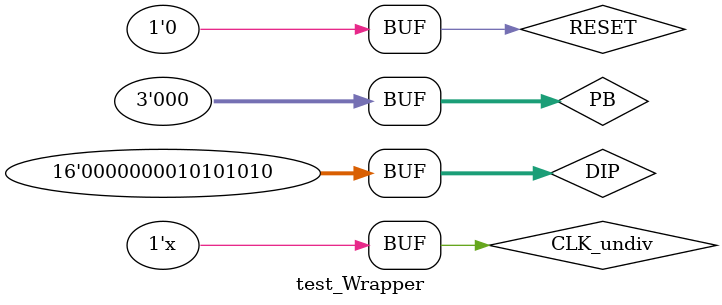
<source format=v>
`timescale 1ns / 1ps
/*
----------------------------------------------------------------------------------
--	(c) Thao Nguyen and Rajesh Panicker
--	License terms :
--	You are free to use this code as long as you
--		(i) DO NOT post it on any public repository;
--		(ii) use it only for educational purposes;
--		(iii) accept the responsibility to ensure that your implementation does not violate any intellectual property of ARM Holdings or other entities.
--		(iv) accept that the program is provided "as is" without warranty of any kind or assurance regarding its suitability for any particular purpose;
--		(v) send an email to rajesh.panicker@ieee.org briefly mentioning its use (except when used for the course CG3207 at the National University of Singapore);
--		(vi) retain this notice in this file or any files derived from this.
----------------------------------------------------------------------------------
*/
module test_Wrapper #(
	   parameter N_LEDs_OUT	= 8,					
	   parameter N_DIPs		= 16,
	   parameter N_PBs		= 3 
	)
	(
	);
	
	// Signals for the Unit Under Test (UUT)
	reg [N_DIPs-1:0] DIP = 0;		
	reg [N_PBs-1:0] PB = 0;			
	//wire [N_LEDs_OUT-1:0] LED_OUT;
	wire [6:0] LED_PC;			
	wire [31:0] SEVENSEGHEX;	
	//wire [7:0] CONSOLE_OUT;
	//reg  CONSOLE_OUT_ready = 0;
	//wire CONSOLE_OUT_valid;
	//reg  [7:0] CONSOLE_IN = 0;
	//reg  CONSOLE_IN_valid = 0;
	//wire CONSOLE_IN_ack;
	reg  RESET = 0;					
	reg  CLK_undiv = 0;				
	
	// Instantiate UUT
	Wrapper dut(.DIP(DIP), .PB(PB), .LED_PC(LED_PC), .SEVENSEGHEX(SEVENSEGHEX), .RESET(RESET), .CLK(CLK_undiv)) ;
	
	// GENERATE CLOCK       
    always          
    begin
       #5 CLK_undiv = ~CLK_undiv ; // invert clk every 5 time units 
    end
    
    // Lab 3 Stimuli
    initial begin
        
        PB = 3'b010;                    // BTNC being pressed (MUL instruction)
        DIP = 16'b0000_0101_1101_1011;  // 0x5DB x 0xCC = 0x4AA84
        #100;
        DIP = 16'b0000_0000_0000_0000;  // 0x0000 x 0x0CC = 0x0
        
        #150;
        
        PB = 3'b000;                   // BTNC not being pressed (DIV instruction)
        DIP = 16'b0000_0101_1101_1011;  // 0x0DB / 0xBB = 8 R 3
        #100;
        DIP = 16'b0000_0000_0000_0000;  // 0x0 / 0xBB = 0 R 0
        #100;
        DIP = 16'b0000_0000_1010_1010;  // 0xAA / 0xBB = 0 R 0xAA
           
    end
    
    
    // Lab 2 Stimuli
    /*
    // one complete cycle to display on SEVENSEG = 31 instructions (5+300ns)
    initial begin
        DIP = 16'b0000_0000_1001_1101;  // Result = 0x00000000
        #300;
        DIP = 16'b0000_0101_1101_1011;  // DIPS_SIMUL in Keil, Result = 0x00000040
        #300;
        DIP = 16'b1010_0001_1000_1000;  // Result = 0x000000E0
        #300;
        DIP = 16'b0000_0000_0000_0000;
        #300;
        DIP = 16'b0000_0101_1101_1011;
        #300;
        DIP = 16'b1010_0001_1000_1000;
    end
    */
    
	// UART Stimuli
    /*initial
    begin
		RESET = 1; #10; RESET = 0; //hold reset state for 10 ns.
		CONSOLE_OUT_ready = 1'h1; // ok to keep it high continously in the testbench. In reality, it will be high only if UART is ready to send a data to PC
        CONSOLE_IN = 8'h50;// 'P'. Will be read and ignored by the processor
        CONSOLE_IN_valid = 1'h1;
        wait(CONSOLE_IN_ack);
        wait(~CONSOLE_IN_ack);
        CONSOLE_IN_valid = 1'h0;
        #105;
        CONSOLE_IN = 8'h41;// 'A'
        CONSOLE_IN_valid = 1'h1;
        wait(CONSOLE_IN_ack);
        wait(~CONSOLE_IN_ack);
		CONSOLE_IN_valid = 1'h0;
        #105;
        CONSOLE_IN = 8'h0D;// '\r'
        CONSOLE_IN_valid = 1'h1;
        wait(CONSOLE_IN_ack); // should print "Welcome to CG3207" following this.
        wait(~CONSOLE_IN_ack);
        CONSOLE_IN_valid = 1'h0;
		//insert rest of the stimuli here
    end*/    
    
endmodule

</source>
